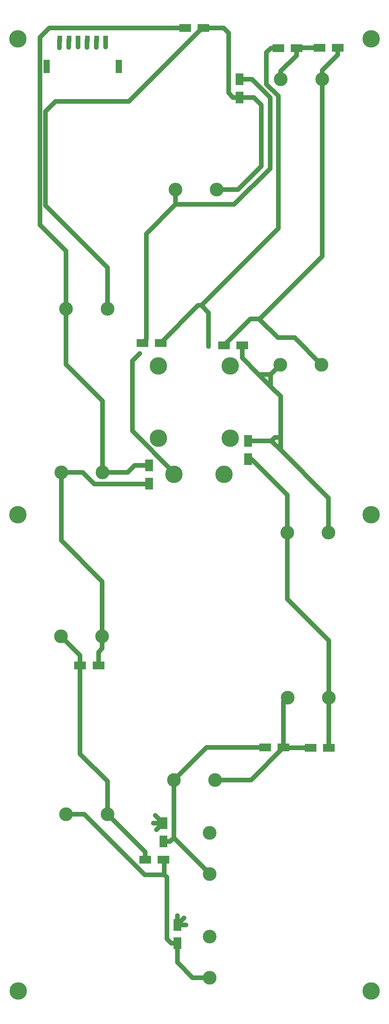
<source format=gbr>
%TF.GenerationSoftware,KiCad,Pcbnew,8.0.5*%
%TF.CreationDate,2024-12-03T18:17:28-08:00*%
%TF.ProjectId,Stationary_X_Panel,53746174-696f-46e6-9172-795f585f5061,1b*%
%TF.SameCoordinates,Original*%
%TF.FileFunction,Copper,L1,Top*%
%TF.FilePolarity,Positive*%
%FSLAX46Y46*%
G04 Gerber Fmt 4.6, Leading zero omitted, Abs format (unit mm)*
G04 Created by KiCad (PCBNEW 8.0.5) date 2024-12-03 18:17:28*
%MOMM*%
%LPD*%
G01*
G04 APERTURE LIST*
%TA.AperFunction,ComponentPad*%
%ADD10C,2.600000*%
%TD*%
%TA.AperFunction,ConnectorPad*%
%ADD11C,3.800000*%
%TD*%
%TA.AperFunction,ComponentPad*%
%ADD12C,3.000000*%
%TD*%
%TA.AperFunction,SMDPad,CuDef*%
%ADD13R,2.500000X1.700000*%
%TD*%
%TA.AperFunction,SMDPad,CuDef*%
%ADD14R,1.700000X2.500000*%
%TD*%
%TA.AperFunction,SMDPad,CuDef*%
%ADD15R,1.100000X1.450000*%
%TD*%
%TA.AperFunction,SMDPad,CuDef*%
%ADD16R,1.350000X2.900000*%
%TD*%
%TA.AperFunction,ViaPad*%
%ADD17C,0.800000*%
%TD*%
%TA.AperFunction,Conductor*%
%ADD18C,1.000000*%
%TD*%
%TA.AperFunction,Conductor*%
%ADD19C,0.635000*%
%TD*%
G04 APERTURE END LIST*
D10*
%TO.P,H12,1,1*%
%TO.N,GND*%
X108075000Y-129165000D03*
D11*
X108075000Y-129165000D03*
%TD*%
D12*
%TO.P,SC8,1,+*%
%TO.N,Net-(D7-A)*%
X97285000Y-96475000D03*
%TO.P,SC8,2,-*%
%TO.N,Net-(D8-A)*%
X88285000Y-96475000D03*
%TD*%
D13*
%TO.P,D14,1,K*%
%TO.N,VSOLAR*%
X62198000Y-91694000D03*
%TO.P,D14,2,A*%
%TO.N,Net-(D1-K)*%
X58198000Y-91694000D03*
%TD*%
D14*
%TO.P,D6,1,K*%
%TO.N,Net-(D5-A)*%
X65811000Y-222537000D03*
%TO.P,D6,2,A*%
%TO.N,GND*%
X65811000Y-218537000D03*
%TD*%
D12*
%TO.P,SC2,1,+*%
%TO.N,Net-(D1-A)*%
X50585000Y-84275000D03*
%TO.P,SC2,2,-*%
%TO.N,Net-(D2-A)*%
X41585000Y-84275000D03*
%TD*%
D13*
%TO.P,D4,1,K*%
%TO.N,Net-(D3-A)*%
X48635000Y-161995000D03*
%TO.P,D4,2,A*%
%TO.N,Net-(D4-A)*%
X44635000Y-161995000D03*
%TD*%
%TO.P,D2,1,K*%
%TO.N,Net-(D1-A)*%
X71550000Y-23075000D03*
%TO.P,D2,2,A*%
%TO.N,Net-(D2-A)*%
X67550000Y-23075000D03*
%TD*%
D10*
%TO.P,H8,1,1*%
%TO.N,GND*%
X31095000Y-232915000D03*
D11*
X31095000Y-232915000D03*
%TD*%
D12*
%TO.P,SC1,1,+*%
%TO.N,Net-(D1-K)*%
X65395000Y-58275000D03*
%TO.P,SC1,2,-*%
%TO.N,Net-(D1-A)*%
X74395000Y-58275000D03*
%TD*%
%TO.P,SC12,1,+*%
%TO.N,Net-(D11-A)*%
X72915000Y-207435000D03*
%TO.P,SC12,2,-*%
%TO.N,GND*%
X72915000Y-198435000D03*
%TD*%
%TO.P,SC11,1,+*%
%TO.N,Net-(D10-A)*%
X74075000Y-186925000D03*
%TO.P,SC11,2,-*%
%TO.N,Net-(D11-A)*%
X65075000Y-186925000D03*
%TD*%
D14*
%TO.P,D3,1,K*%
%TO.N,Net-(D2-A)*%
X59690000Y-118396000D03*
%TO.P,D3,2,A*%
%TO.N,Net-(D3-A)*%
X59690000Y-122396000D03*
%TD*%
D13*
%TO.P,D11,1,K*%
%TO.N,Net-(D10-A)*%
X88985000Y-179835000D03*
%TO.P,D11,2,A*%
%TO.N,Net-(D11-A)*%
X84985000Y-179835000D03*
%TD*%
%TO.P,D5,1,K*%
%TO.N,Net-(D4-A)*%
X58815000Y-204335000D03*
%TO.P,D5,2,A*%
%TO.N,Net-(D5-A)*%
X62815000Y-204335000D03*
%TD*%
D12*
%TO.P,SC9,1,+*%
%TO.N,Net-(D8-A)*%
X98805000Y-132995000D03*
%TO.P,SC9,2,-*%
%TO.N,Net-(D10-K)*%
X89805000Y-132995000D03*
%TD*%
D15*
%TO.P,J2,1,1*%
%TO.N,/VUSB_OUT*%
X40200000Y-25425000D03*
%TO.P,J2,2,2*%
%TO.N,/VUSB_BATT*%
X42200000Y-25425000D03*
%TO.P,J2,3,3*%
%TO.N,/VCHRG*%
X44200000Y-25425000D03*
%TO.P,J2,4,4*%
%TO.N,/VBATT*%
X46200000Y-25425000D03*
%TO.P,J2,5,5*%
%TO.N,/PYCUBED_GND*%
X48200000Y-25425000D03*
%TO.P,J2,6,6*%
%TO.N,/PYCUBED_GNDREF*%
X50200000Y-25425000D03*
D16*
%TO.P,J2,S1,SHIELD1*%
%TO.N,unconnected-(J2-SHIELD1-PadS1)*%
X37305000Y-31400000D03*
%TO.P,J2,S2,SHIELD2*%
%TO.N,unconnected-(J2-SHIELD2-PadS2)*%
X53095000Y-31400000D03*
%TD*%
D10*
%TO.P,H9,1,1*%
%TO.N,GND*%
X31075000Y-129155000D03*
D11*
X31075000Y-129155000D03*
%TD*%
D14*
%TO.P,D1,1,K*%
%TO.N,Net-(D1-K)*%
X79435000Y-34195000D03*
%TO.P,D1,2,A*%
%TO.N,Net-(D1-A)*%
X79435000Y-38195000D03*
%TD*%
D10*
%TO.P,H3,1,1*%
%TO.N,GND*%
X61666115Y-112421156D03*
D11*
X61666115Y-112421156D03*
%TD*%
D13*
%TO.P,D8,1,K*%
%TO.N,Net-(D7-A)*%
X75978000Y-92202000D03*
%TO.P,D8,2,A*%
%TO.N,Net-(D8-A)*%
X79978000Y-92202000D03*
%TD*%
D12*
%TO.P,SC7,1,+*%
%TO.N,Net-(D13-A)*%
X88395000Y-34205000D03*
%TO.P,SC7,2,-*%
%TO.N,Net-(D7-A)*%
X97395000Y-34205000D03*
%TD*%
D10*
%TO.P,H10,1,1*%
%TO.N,GND*%
X31085000Y-25415000D03*
D11*
X31085000Y-25415000D03*
%TD*%
D10*
%TO.P,H2,1,1*%
%TO.N,GND*%
X76045000Y-120315000D03*
D11*
X76045000Y-120315000D03*
%TD*%
D12*
%TO.P,SC6,1,+*%
%TO.N,Net-(D5-A)*%
X72915000Y-230075000D03*
%TO.P,SC6,2,-*%
%TO.N,GND*%
X72915000Y-221075000D03*
%TD*%
D10*
%TO.P,H5,1,1*%
%TO.N,GND*%
X61666115Y-96723386D03*
D11*
X61666115Y-96723386D03*
%TD*%
D12*
%TO.P,SC5,1,+*%
%TO.N,Net-(D4-A)*%
X50565000Y-194405000D03*
%TO.P,SC5,2,-*%
%TO.N,Net-(D5-A)*%
X41565000Y-194405000D03*
%TD*%
D10*
%TO.P,H7,1,1*%
%TO.N,GND*%
X108075000Y-232905000D03*
D11*
X108075000Y-232905000D03*
%TD*%
D10*
%TO.P,H4,1,1*%
%TO.N,GND*%
X77363885Y-112421156D03*
D11*
X77363885Y-112421156D03*
%TD*%
D13*
%TO.P,D13,1,K*%
%TO.N,VSOLAR*%
X87825000Y-27415000D03*
%TO.P,D13,2,A*%
%TO.N,Net-(D13-A)*%
X91825000Y-27415000D03*
%TD*%
D14*
%TO.P,D9,1,K*%
%TO.N,Net-(D8-A)*%
X81265000Y-113025000D03*
%TO.P,D9,2,A*%
%TO.N,Net-(D10-K)*%
X81265000Y-117025000D03*
%TD*%
%TO.P,D12,1,K*%
%TO.N,Net-(D11-A)*%
X62785000Y-200375000D03*
%TO.P,D12,2,A*%
%TO.N,GND*%
X62785000Y-196375000D03*
%TD*%
D10*
%TO.P,H11,1,1*%
%TO.N,GND*%
X108095000Y-25405000D03*
D11*
X108095000Y-25405000D03*
%TD*%
D12*
%TO.P,SC4,1,+*%
%TO.N,Net-(D3-A)*%
X49435000Y-155595000D03*
%TO.P,SC4,2,-*%
%TO.N,Net-(D4-A)*%
X40435000Y-155595000D03*
%TD*%
%TO.P,SC3,1,+*%
%TO.N,Net-(D2-A)*%
X49515000Y-119875000D03*
%TO.P,SC3,2,-*%
%TO.N,Net-(D3-A)*%
X40515000Y-119875000D03*
%TD*%
D13*
%TO.P,D10,1,K*%
%TO.N,Net-(D10-K)*%
X98895000Y-179925000D03*
%TO.P,D10,2,A*%
%TO.N,Net-(D10-A)*%
X94895000Y-179925000D03*
%TD*%
D12*
%TO.P,SC10,1,+*%
%TO.N,Net-(D10-K)*%
X98855000Y-169015000D03*
%TO.P,SC10,2,-*%
%TO.N,Net-(D10-A)*%
X89855000Y-169015000D03*
%TD*%
D10*
%TO.P,H6,1,1*%
%TO.N,GND*%
X77363885Y-96723386D03*
D11*
X77363885Y-96723386D03*
%TD*%
D10*
%TO.P,H1,1,1*%
%TO.N,BURN*%
X65100000Y-120315000D03*
D11*
X65100000Y-120315000D03*
%TD*%
D13*
%TO.P,D7,1,K*%
%TO.N,Net-(D13-A)*%
X96835000Y-27325000D03*
%TO.P,D7,2,A*%
%TO.N,Net-(D7-A)*%
X100835000Y-27325000D03*
%TD*%
D17*
%TO.N,VSOLAR*%
X72595000Y-92456000D03*
%TO.N,GND*%
X67735000Y-218565000D03*
X65815000Y-216525000D03*
X60565000Y-196355000D03*
X67315000Y-217035000D03*
X60995000Y-194695000D03*
X61275000Y-197825000D03*
%TO.N,BURN*%
X57658000Y-93980000D03*
%TO.N,/VUSB_OUT*%
X40145000Y-27375000D03*
%TO.N,/VUSB_BATT*%
X42175000Y-27285000D03*
%TO.N,/VCHRG*%
X44135000Y-27205000D03*
%TO.N,/VBATT*%
X46145000Y-27315000D03*
%TO.N,/PYCUBED_GND*%
X48175000Y-27285000D03*
%TO.N,/PYCUBED_GNDREF*%
X50125000Y-27185000D03*
%TD*%
D18*
%TO.N,VSOLAR*%
X72595000Y-92456000D02*
X72595000Y-85075000D01*
X70352786Y-83539214D02*
X62198000Y-91694000D01*
X87825000Y-66763428D02*
X71059214Y-83529214D01*
X87825000Y-27415000D02*
X86225000Y-27415000D01*
X71059214Y-83539214D02*
X70352786Y-83539214D01*
X72595000Y-85075000D02*
X71059214Y-83539214D01*
X85275000Y-35305000D02*
X87825000Y-37855000D01*
X86225000Y-27415000D02*
X85275000Y-28365000D01*
X87825000Y-37855000D02*
X87825000Y-66763428D01*
X71059214Y-83539214D02*
X71059214Y-83529214D01*
X85275000Y-28365000D02*
X85275000Y-35305000D01*
%TO.N,GND*%
X65813000Y-218537000D02*
X67315000Y-217035000D01*
X65811000Y-216529000D02*
X65815000Y-216525000D01*
X65811000Y-218537000D02*
X65811000Y-216529000D01*
X62785000Y-196375000D02*
X62675000Y-196375000D01*
X65811000Y-218537000D02*
X67707000Y-218537000D01*
X60585000Y-196375000D02*
X60565000Y-196355000D01*
X65811000Y-218537000D02*
X65813000Y-218537000D01*
X62675000Y-196375000D02*
X60995000Y-194695000D01*
X67707000Y-218537000D02*
X67735000Y-218565000D01*
X62785000Y-196375000D02*
X62725000Y-196375000D01*
X62725000Y-196375000D02*
X61275000Y-197825000D01*
X62785000Y-196375000D02*
X60585000Y-196375000D01*
%TO.N,Net-(D1-K)*%
X78205000Y-61525000D02*
X86075000Y-53655000D01*
X59035000Y-90857000D02*
X58198000Y-91694000D01*
X65395000Y-61525000D02*
X65395000Y-58275000D01*
X65395000Y-61525000D02*
X78205000Y-61525000D01*
X82065000Y-34195000D02*
X79435000Y-34195000D01*
X86075000Y-53655000D02*
X86075000Y-38205000D01*
X59035000Y-67885000D02*
X59035000Y-90857000D01*
X65395000Y-61525000D02*
X59035000Y-67885000D01*
X86075000Y-38205000D02*
X82065000Y-34195000D01*
%TO.N,Net-(D1-A)*%
X37080000Y-61750000D02*
X37080000Y-41240000D01*
X37080000Y-41240000D02*
X39245000Y-39075000D01*
X77985000Y-38195000D02*
X79435000Y-38195000D01*
X79075000Y-58275000D02*
X84165000Y-53185000D01*
X84165000Y-39805000D02*
X82555000Y-38195000D01*
X50585000Y-84275000D02*
X50585000Y-75255000D01*
X84165000Y-53185000D02*
X84165000Y-39805000D01*
X71275000Y-23075000D02*
X75955000Y-23075000D01*
X39245000Y-39075000D02*
X55275000Y-39075000D01*
X50585000Y-75255000D02*
X37080000Y-61750000D01*
X55275000Y-39075000D02*
X71275000Y-23075000D01*
X74395000Y-58275000D02*
X79075000Y-58275000D01*
X75955000Y-23075000D02*
X76985000Y-24105000D01*
X76985000Y-37195000D02*
X77985000Y-38195000D01*
X76985000Y-24105000D02*
X76985000Y-37195000D01*
X82555000Y-38195000D02*
X79435000Y-38195000D01*
%TO.N,Net-(D2-A)*%
X41585000Y-71635000D02*
X35880000Y-65930000D01*
X37895000Y-23025000D02*
X67325000Y-23025000D01*
X55035000Y-119875000D02*
X49515000Y-119875000D01*
X35880000Y-25040000D02*
X37895000Y-23025000D01*
X59690000Y-118396000D02*
X56514000Y-118396000D01*
X56514000Y-118396000D02*
X55035000Y-119875000D01*
X41585000Y-84275000D02*
X41585000Y-96405000D01*
X49515000Y-104335000D02*
X49515000Y-119875000D01*
X35880000Y-65930000D02*
X35880000Y-25040000D01*
X41585000Y-96405000D02*
X49515000Y-104335000D01*
X41585000Y-84275000D02*
X41585000Y-71635000D01*
%TO.N,Net-(D10-K)*%
X81981000Y-117025000D02*
X89805000Y-124849000D01*
X89805000Y-132995000D02*
X89805000Y-147525000D01*
X98855000Y-169015000D02*
X98855000Y-179885000D01*
X81265000Y-117025000D02*
X81981000Y-117025000D01*
X89805000Y-147525000D02*
X98855000Y-156575000D01*
X98855000Y-156575000D02*
X98855000Y-169015000D01*
X89805000Y-124849000D02*
X89805000Y-132995000D01*
X98855000Y-179885000D02*
X98895000Y-179925000D01*
%TO.N,Net-(D10-A)*%
X81895000Y-186925000D02*
X74075000Y-186925000D01*
X88985000Y-179835000D02*
X88985000Y-169885000D01*
X89075000Y-179925000D02*
X88985000Y-179835000D01*
X88985000Y-169885000D02*
X89855000Y-169015000D01*
X88985000Y-179835000D02*
X81895000Y-186925000D01*
X94895000Y-179925000D02*
X89075000Y-179925000D01*
%TO.N,Net-(D11-A)*%
X72165000Y-179835000D02*
X65075000Y-186925000D01*
X64245000Y-200375000D02*
X65075000Y-199545000D01*
X84985000Y-179835000D02*
X72165000Y-179835000D01*
X65075000Y-199545000D02*
X72915000Y-207385000D01*
X72915000Y-207385000D02*
X72915000Y-207435000D01*
X65075000Y-198085000D02*
X65075000Y-199545000D01*
X62785000Y-200375000D02*
X64245000Y-200375000D01*
X65075000Y-198085000D02*
X65075000Y-186925000D01*
%TO.N,Net-(D3-A)*%
X59690000Y-122396000D02*
X59658000Y-122428000D01*
X48635000Y-159065000D02*
X49435000Y-158265000D01*
X49435000Y-158265000D02*
X49435000Y-155595000D01*
X49435000Y-143675000D02*
X40515000Y-134755000D01*
X48635000Y-161995000D02*
X48635000Y-159065000D01*
X59658000Y-122428000D02*
X47748000Y-122428000D01*
X49435000Y-155595000D02*
X49435000Y-143675000D01*
X40515000Y-134755000D02*
X40515000Y-119875000D01*
X47748000Y-122428000D02*
X45195000Y-119875000D01*
X45195000Y-119875000D02*
X40515000Y-119875000D01*
%TO.N,Net-(D4-A)*%
X50565000Y-187195000D02*
X44635000Y-181265000D01*
X44635000Y-161995000D02*
X44635000Y-159795000D01*
X58815000Y-202655000D02*
X55900000Y-199740000D01*
X55900000Y-199740000D02*
X50565000Y-194405000D01*
X44635000Y-159795000D02*
X40435000Y-155595000D01*
X58815000Y-204335000D02*
X58815000Y-202655000D01*
X44635000Y-181265000D02*
X44635000Y-161995000D01*
X50565000Y-194405000D02*
X50565000Y-187195000D01*
%TO.N,Net-(D5-A)*%
X62992425Y-207585000D02*
X58745000Y-207585000D01*
X62992425Y-207585000D02*
X62992425Y-204512425D01*
X69185000Y-230075000D02*
X72915000Y-230075000D01*
X45565000Y-194405000D02*
X41565000Y-194405000D01*
X65811000Y-226701000D02*
X69185000Y-230075000D01*
X64527000Y-222537000D02*
X63575000Y-221585000D01*
X58745000Y-207585000D02*
X45565000Y-194405000D01*
X62992425Y-204512425D02*
X62815000Y-204335000D01*
X65811000Y-222537000D02*
X64527000Y-222537000D01*
X65811000Y-222537000D02*
X65811000Y-226701000D01*
X63575000Y-208167575D02*
X62992425Y-207585000D01*
X63575000Y-221585000D02*
X63575000Y-208167575D01*
%TO.N,Net-(D7-A)*%
X100835000Y-28845000D02*
X100835000Y-27325000D01*
X83820000Y-86430000D02*
X83820000Y-86614000D01*
X81750000Y-86430000D02*
X75978000Y-92202000D01*
X91375000Y-90565000D02*
X97285000Y-96475000D01*
X97395000Y-32285000D02*
X100835000Y-28845000D01*
X87771000Y-90565000D02*
X91375000Y-90565000D01*
X97395000Y-34205000D02*
X97395000Y-72855000D01*
X97395000Y-34205000D02*
X97395000Y-32285000D01*
X97395000Y-72855000D02*
X83820000Y-86430000D01*
X83820000Y-86614000D02*
X87771000Y-90565000D01*
X83820000Y-86430000D02*
X81750000Y-86430000D01*
%TO.N,Net-(D8-A)*%
X98805000Y-125455000D02*
X98805000Y-132995000D01*
X86360000Y-101346000D02*
X83566000Y-98552000D01*
X86375000Y-113025000D02*
X88335000Y-114985000D01*
X83566000Y-98552000D02*
X86208000Y-98552000D01*
X79978000Y-94964000D02*
X79978000Y-92202000D01*
X86208000Y-101194000D02*
X86360000Y-101346000D01*
X83566000Y-98552000D02*
X79978000Y-94964000D01*
X86208000Y-98552000D02*
X86208000Y-101194000D01*
X88335000Y-103321000D02*
X86360000Y-101346000D01*
X87132000Y-112268000D02*
X88335000Y-112268000D01*
X86375000Y-113025000D02*
X87132000Y-112268000D01*
X88335000Y-114985000D02*
X98805000Y-125455000D01*
X88335000Y-112268000D02*
X88335000Y-103321000D01*
X81265000Y-113025000D02*
X86375000Y-113025000D01*
X88335000Y-114985000D02*
X88335000Y-112268000D01*
X86208000Y-98552000D02*
X88285000Y-96475000D01*
%TO.N,BURN*%
X65100000Y-119964000D02*
X65100000Y-120315000D01*
X55995000Y-110859000D02*
X65100000Y-119964000D01*
X55995000Y-95643000D02*
X55995000Y-110859000D01*
X57658000Y-93980000D02*
X55995000Y-95643000D01*
%TO.N,Net-(D13-A)*%
X88395000Y-34205000D02*
X88395000Y-32455000D01*
X88395000Y-32455000D02*
X91825000Y-29025000D01*
X96835000Y-27325000D02*
X91915000Y-27325000D01*
X91915000Y-27325000D02*
X91825000Y-27415000D01*
X91825000Y-29025000D02*
X91825000Y-27415000D01*
%TO.N,/VUSB_OUT*%
X40150000Y-25710000D02*
X40150000Y-27370000D01*
D19*
X40150000Y-27370000D02*
X40145000Y-27375000D01*
%TO.N,/VUSB_BATT*%
X42150000Y-27260000D02*
X42175000Y-27285000D01*
D18*
X42150000Y-25710000D02*
X42150000Y-27260000D01*
D19*
%TO.N,/VCHRG*%
X44150000Y-27190000D02*
X44135000Y-27205000D01*
D18*
X44150000Y-25710000D02*
X44150000Y-27190000D01*
D19*
%TO.N,/VBATT*%
X46150000Y-27310000D02*
X46145000Y-27315000D01*
D18*
X46150000Y-25710000D02*
X46150000Y-27310000D01*
D19*
%TO.N,/PYCUBED_GND*%
X48150000Y-27260000D02*
X48175000Y-27285000D01*
D18*
X48150000Y-25710000D02*
X48150000Y-27260000D01*
D19*
%TO.N,/PYCUBED_GNDREF*%
X50150000Y-27160000D02*
X50125000Y-27185000D01*
D18*
X50150000Y-25710000D02*
X50150000Y-27160000D01*
%TD*%
M02*

</source>
